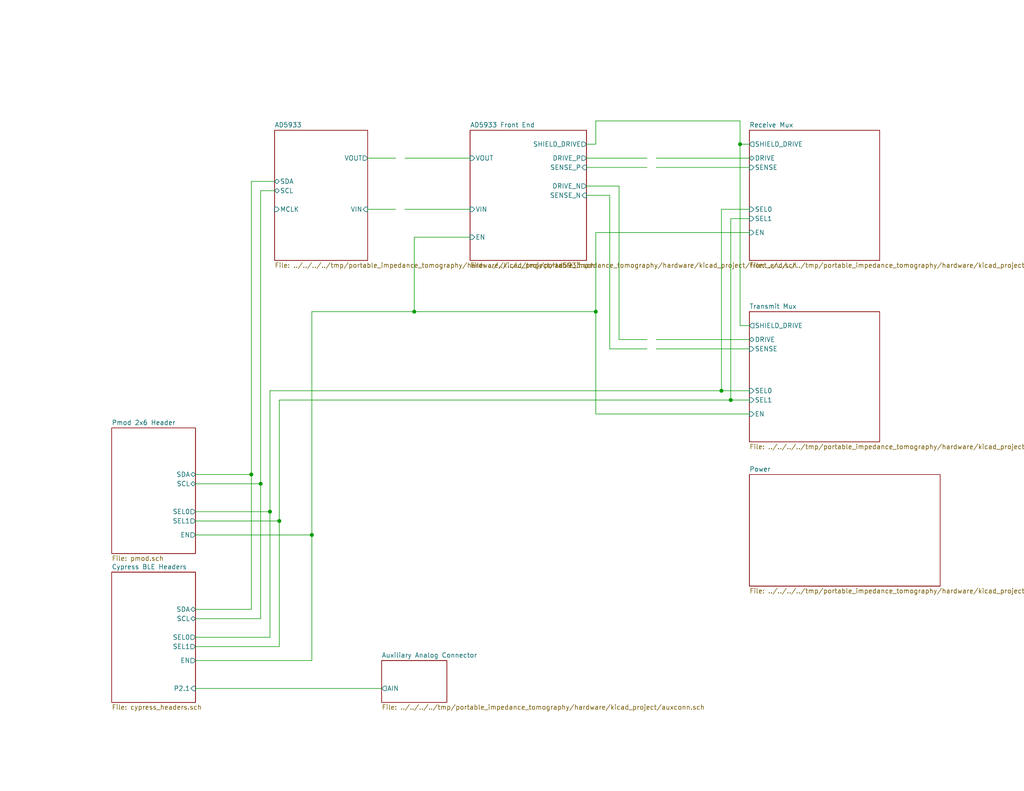
<source format=kicad_sch>
(kicad_sch (version 20230121) (generator eeschema)
  (paper "USLetter")
  (title_block (title "Portable Impedance Tomography") (date "2017-09-10") (rev "NEW") (company "Ashton Johnson") (comment 1 "University of Alabama in Huntsville"))
  (lib_symbols)
  (junction (at 76.2 142.24))
  (junction (at 73.66 139.7))
  (junction (at 85.09 146.05))
  (junction (at 113.03 85.09))
  (junction (at 196.85 106.68))
  (junction (at 199.39 109.22))
  (junction (at 162.56 85.09))
  (junction (at 71.12 132.08))
  (junction (at 201.93 39.37))
  (junction (at 68.58 129.54))
  (wire (pts (xy 201.93 88.9) (xy 204.47 88.9)))
  (wire (pts (xy 201.93 39.37) (xy 204.47 39.37)))
  (wire (pts (xy 160.02 50.8) (xy 168.91 50.8)))
  (wire (pts (xy 201.93 39.37) (xy 201.93 88.9)))
  (wire (pts (xy 113.03 64.77) (xy 128.27 64.77)))
  (wire (pts (xy 166.37 95.25) (xy 166.37 53.34)))
  (wire (pts (xy 199.39 59.69) (xy 199.39 109.22)))
  (wire (pts (xy 68.58 49.53) (xy 68.58 129.54)))
  (wire (pts (xy 76.2 142.24) (xy 53.34 142.24)))
  (wire (pts (xy 160.02 45.72) (xy 176.53 45.72)))
  (wire (pts (xy 68.58 166.37) (xy 53.34 166.37)))
  (wire (pts (xy 110.49 57.15) (xy 128.27 57.15)))
  (wire (pts (xy 73.66 106.68) (xy 73.66 139.7)))
  (wire (pts (xy 73.66 106.68) (xy 196.85 106.68)))
  (wire (pts (xy 53.34 139.7) (xy 73.66 139.7)))
  (wire (pts (xy 113.03 85.09) (xy 162.56 85.09)))
  (wire (pts (xy 179.07 43.18) (xy 204.47 43.18)))
  (wire (pts (xy 71.12 132.08) (xy 71.12 168.91)))
  (wire (pts (xy 107.95 57.15) (xy 100.33 57.15)))
  (wire (pts (xy 204.47 57.15) (xy 196.85 57.15)))
  (wire (pts (xy 162.56 63.5) (xy 204.47 63.5)))
  (wire (pts (xy 166.37 53.34) (xy 160.02 53.34)))
  (wire (pts (xy 76.2 176.53) (xy 53.34 176.53)))
  (wire (pts (xy 162.56 39.37) (xy 162.56 33.02)))
  (wire (pts (xy 179.07 92.71) (xy 204.47 92.71)))
  (wire (pts (xy 168.91 92.71) (xy 176.53 92.71)))
  (wire (pts (xy 68.58 129.54) (xy 53.34 129.54)))
  (wire (pts (xy 160.02 39.37) (xy 162.56 39.37)))
  (wire (pts (xy 201.93 33.02) (xy 201.93 39.37)))
  (wire (pts (xy 110.49 43.18) (xy 128.27 43.18)))
  (wire (pts (xy 168.91 50.8) (xy 168.91 92.71)))
  (wire (pts (xy 196.85 106.68) (xy 204.47 106.68)))
  (wire (pts (xy 85.09 85.09) (xy 85.09 146.05)))
  (wire (pts (xy 73.66 173.99) (xy 53.34 173.99)))
  (wire (pts (xy 104.14 187.96) (xy 53.34 187.96)))
  (wire (pts (xy 162.56 33.02) (xy 201.93 33.02)))
  (wire (pts (xy 162.56 113.03) (xy 204.47 113.03)))
  (wire (pts (xy 53.34 146.05) (xy 85.09 146.05)))
  (wire (pts (xy 68.58 49.53) (xy 74.93 49.53)))
  (wire (pts (xy 162.56 85.09) (xy 162.56 113.03)))
  (wire (pts (xy 162.56 63.5) (xy 162.56 85.09)))
  (wire (pts (xy 73.66 139.7) (xy 73.66 173.99)))
  (wire (pts (xy 71.12 52.07) (xy 74.93 52.07)))
  (wire (pts (xy 199.39 109.22) (xy 204.47 109.22)))
  (wire (pts (xy 68.58 129.54) (xy 68.58 166.37)))
  (wire (pts (xy 71.12 168.91) (xy 53.34 168.91)))
  (wire (pts (xy 179.07 45.72) (xy 204.47 45.72)))
  (wire (pts (xy 107.95 43.18) (xy 100.33 43.18)))
  (wire (pts (xy 76.2 109.22) (xy 76.2 142.24)))
  (wire (pts (xy 166.37 95.25) (xy 176.53 95.25)))
  (wire (pts (xy 85.09 146.05) (xy 85.09 180.34)))
  (wire (pts (xy 113.03 85.09) (xy 113.03 64.77)))
  (wire (pts (xy 76.2 142.24) (xy 76.2 176.53)))
  (wire (pts (xy 53.34 132.08) (xy 71.12 132.08)))
  (wire (pts (xy 85.09 180.34) (xy 53.34 180.34)))
  (wire (pts (xy 160.02 43.18) (xy 176.53 43.18)))
  (wire (pts (xy 204.47 59.69) (xy 199.39 59.69)))
  (wire (pts (xy 196.85 57.15) (xy 196.85 106.68)))
  (wire (pts (xy 85.09 85.09) (xy 113.03 85.09)))
  (wire (pts (xy 71.12 52.07) (xy 71.12 132.08)))
  (wire (pts (xy 179.07 95.25) (xy 204.47 95.25)))
  (wire (pts (xy 76.2 109.22) (xy 199.39 109.22)))
  (symbol (lib_id "Conn_01x02") (at 107.95 38.1 90) (unit 1)
    (property "Reference" "J20" (at 113.03 38.1 90) (effects (justify right)))
    (property "Value" "Conn_01x02" (at 113.03 40.64 90) (effects (justify right)))
    (property "Footprint" "Socket_Strips:Socket_Strip_Straight_1x02_Pitch2.54mm" (effects hide))
    (property "manf#" "68001-402HLF" (effects hide))
  )
  (symbol (lib_id "Conn_01x02") (at 107.95 52.07 90) (unit 1)
    (property "Reference" "J21" (at 113.03 52.07 90) (effects (justify right)))
    (property "Value" "Conn_01x02" (at 113.03 54.61 90) (effects (justify right)))
    (property "Footprint" "Socket_Strips:Socket_Strip_Straight_1x02_Pitch2.54mm" (effects hide))
    (property "manf#" "68001-402HLF" (effects hide))
  )
  (symbol (lib_id "Conn_01x02") (at 176.53 100.33 90) (mirror x) (unit 1)
    (property "Reference" "J25" (at 181.61 100.33 90) (effects (justify right)))
    (property "Value" "Conn_01x02" (at 181.61 97.79 90) (effects (justify right)))
    (property "Footprint" "Socket_Strips:Socket_Strip_Straight_1x02_Pitch2.54mm" (effects hide))
    (property "manf#" "68001-402HLF" (effects hide))
  )
  (symbol (lib_id "Conn_01x02") (at 176.53 87.63 90) (unit 1)
    (property "Reference" "J24" (at 181.61 87.63 90) (effects (justify right)))
    (property "Value" "Conn_01x02" (at 181.61 90.17 90) (effects (justify right)))
    (property "Footprint" "Socket_Strips:Socket_Strip_Straight_1x02_Pitch2.54mm" (effects hide))
    (property "manf#" "68001-402HLF" (effects hide))
  )
  (symbol (lib_id "Conn_01x02") (at 176.53 50.8 90) (mirror x) (unit 1)
    (property "Reference" "J23" (at 181.61 50.8 90) (effects (justify right)))
    (property "Value" "Conn_01x02" (at 181.61 48.26 90) (effects (justify right)))
    (property "Footprint" "Socket_Strips:Socket_Strip_Straight_1x02_Pitch2.54mm" (effects hide))
    (property "manf#" "68001-402HLF" (effects hide))
  )
  (symbol (lib_id "Conn_01x02") (at 176.53 38.1 90) (unit 1)
    (property "Reference" "J22" (at 181.61 38.1 90) (effects (justify right)))
    (property "Value" "Conn_01x02" (at 181.61 40.64 90) (effects (justify right)))
    (property "Footprint" "Socket_Strips:Socket_Strip_Straight_1x02_Pitch2.54mm" (effects hide))
    (property "manf#" "68001-402HLF" (effects hide))
  )
  (sheet (at 74.93 35.56) (size 25.4 35.56)
    (property "Sheetname" "AD5933" (at 74.93 34.8484 0) (effects (justify left bottom)))
    (property "Sheetfile" "../../../../tmp/portable_impedance_tomography/hardware/kicad_project/ad5933.sch" (at 74.93 71.7046 0) (effects (justify left top)))
    (pin "SDA" bidirectional (at 74.93 49.53 180))
    (pin "SCL" bidirectional (at 74.93 52.07 180))
    (pin "MCLK" input (at 74.93 57.15 180))
    (pin "VIN" input (at 100.33 57.15 0))
    (pin "VOUT" output (at 100.33 43.18 0))
  )
  (sheet (at 204.47 35.56) (size 35.56 35.56)
    (property "Sheetname" "Receive Mux" (at 204.47 34.8484 0) (effects (justify left bottom)))
    (property "Sheetfile" "../../../../tmp/portable_impedance_tomography/hardware/kicad_project/rx_mux.sch" (at 204.47 71.7046 0) (effects (justify left top)))
    (pin "SEL0" input (at 204.47 57.15 180))
    (pin "SEL1" input (at 204.47 59.69 180))
    (pin "DRIVE" bidirectional (at 204.47 43.18 180))
    (pin "SENSE" input (at 204.47 45.72 180))
    (pin "EN" input (at 204.47 63.5 180))
    (pin "SHIELD_DRIVE" output (at 204.47 39.37 180))
  )
  (sheet (at 204.47 129.54) (size 52.07 30.48)
    (property "Sheetname" "Power" (at 204.47 128.8284 0) (effects (justify left bottom)))
    (property "Sheetfile" "../../../../tmp/portable_impedance_tomography/hardware/kicad_project/power.sch" (at 204.47 160.6046 0) (effects (justify left top)))
  )
  (sheet (at 128.27 35.56) (size 31.75 35.56)
    (property "Sheetname" "AD5933 Front End" (at 128.27 34.8484 0) (effects (justify left bottom)))
    (property "Sheetfile" "../../../../tmp/portable_impedance_tomography/hardware/kicad_project/front_end.sch" (at 128.27 71.7046 0) (effects (justify left top)))
    (pin "VOUT" input (at 128.27 43.18 180))
    (pin "VIN" input (at 128.27 57.15 180))
    (pin "DRIVE_P" output (at 160.02 43.18 0))
    (pin "DRIVE_N" output (at 160.02 50.8 0))
    (pin "SHIELD_DRIVE" output (at 160.02 39.37 0))
    (pin "SENSE_P" input (at 160.02 45.72 0))
    (pin "SENSE_N" input (at 160.02 53.34 0))
    (pin "EN" input (at 128.27 64.77 180))
  )
  (sheet (at 204.47 85.09) (size 35.56 35.56)
    (property "Sheetname" "Transmit Mux" (at 204.47 84.3784 0) (effects (justify left bottom)))
    (property "Sheetfile" "../../../../tmp/portable_impedance_tomography/hardware/kicad_project/rx_mux.sch" (at 204.47 121.2346 0) (effects (justify left top)))
    (pin "SEL0" input (at 204.47 106.68 180))
    (pin "SEL1" input (at 204.47 109.22 180))
    (pin "DRIVE" bidirectional (at 204.47 92.71 180))
    (pin "SENSE" input (at 204.47 95.25 180))
    (pin "EN" input (at 204.47 113.03 180))
    (pin "SHIELD_DRIVE" output (at 204.47 88.9 180))
  )
  (sheet (at 30.48 156.21) (size 22.86 35.56)
    (property "Sheetname" "Cypress BLE Headers" (at 30.48 155.4984 0) (effects (justify left bottom)))
    (property "Sheetfile" "cypress_headers.sch" (at 30.48 192.3546 0) (effects (justify left top)))
    (pin "SDA" bidirectional (at 53.34 166.37 0))
    (pin "SCL" bidirectional (at 53.34 168.91 0))
    (pin "SEL0" output (at 53.34 173.99 0))
    (pin "SEL1" output (at 53.34 176.53 0))
    (pin "EN" output (at 53.34 180.34 0))
    (pin "P2.1" input (at 53.34 187.96 0))
  )
  (sheet (at 30.48 116.84) (size 22.86 34.29)
    (property "Sheetname" "Pmod 2x6 Header" (at 30.48 116.1284 0) (effects (justify left bottom)))
    (property "Sheetfile" "pmod.sch" (at 30.48 151.7146 0) (effects (justify left top)))
    (pin "SDA" bidirectional (at 53.34 129.54 0))
    (pin "SCL" bidirectional (at 53.34 132.08 0))
    (pin "SEL0" output (at 53.34 139.7 0))
    (pin "SEL1" output (at 53.34 142.24 0))
    (pin "EN" output (at 53.34 146.05 0))
  )
  (sheet (at 104.14 180.34) (size 17.78 11.43)
    (property "Sheetname" "Auxiliary Analog Connector" (at 104.14 179.6284 0) (effects (justify left bottom)))
    (property "Sheetfile" "../../../../tmp/portable_impedance_tomography/hardware/kicad_project/auxconn.sch" (at 104.14 192.3546 0) (effects (justify left top)))
    (pin "AIN" output (at 104.14 187.96 180))
  )
)
</source>
